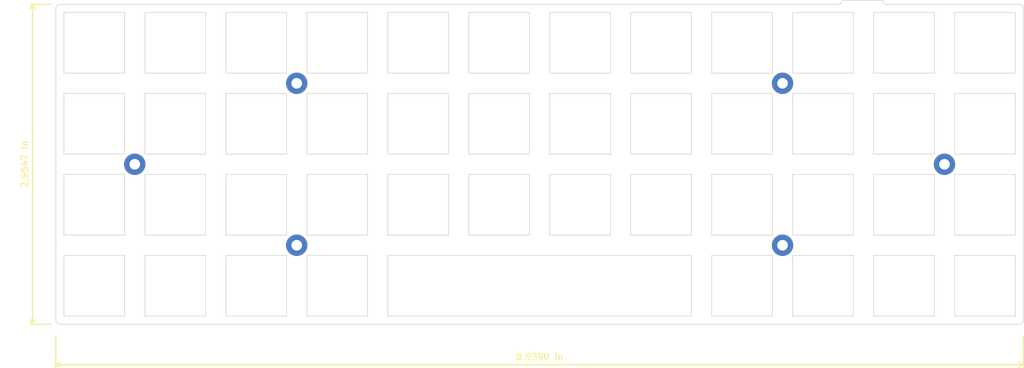
<source format=kicad_pcb>
(kicad_pcb (version 20171130) (host pcbnew 5.0.1)

  (general
    (thickness 1.6)
    (drawings 199)
    (tracks 0)
    (zones 0)
    (modules 6)
    (nets 1)
  )

  (page A4)
  (layers
    (0 F.Cu signal)
    (31 B.Cu signal)
    (32 B.Adhes user hide)
    (33 F.Adhes user hide)
    (34 B.Paste user)
    (35 F.Paste user hide)
    (36 B.SilkS user hide)
    (37 F.SilkS user)
    (38 B.Mask user hide)
    (39 F.Mask user hide)
    (40 Dwgs.User user hide)
    (41 Cmts.User user hide)
    (42 Eco1.User user hide)
    (43 Eco2.User user)
    (44 Edge.Cuts user)
    (45 Margin user hide)
    (46 B.CrtYd user hide)
    (47 F.CrtYd user hide)
    (48 B.Fab user hide)
    (49 F.Fab user hide)
  )

  (setup
    (last_trace_width 0.25)
    (trace_clearance 0.13)
    (zone_clearance 0.13)
    (zone_45_only no)
    (trace_min 0.09)
    (segment_width 0.15)
    (edge_width 0.15)
    (via_size 0.45)
    (via_drill 0.2)
    (via_min_size 0.45)
    (via_min_drill 0.2)
    (uvia_size 0.45)
    (uvia_drill 0.2)
    (uvias_allowed no)
    (uvia_min_size 0.2)
    (uvia_min_drill 0.1)
    (pcb_text_width 0.3)
    (pcb_text_size 1.5 1.5)
    (mod_edge_width 0.15)
    (mod_text_size 1 1)
    (mod_text_width 0.15)
    (pad_size 1.524 1.524)
    (pad_drill 0.762)
    (pad_to_mask_clearance 0.051)
    (solder_mask_min_width 0.25)
    (aux_axis_origin 0 0)
    (visible_elements FFFFFF7F)
    (pcbplotparams
      (layerselection 0x018f0_ffffffff)
      (usegerberextensions true)
      (usegerberattributes false)
      (usegerberadvancedattributes false)
      (creategerberjobfile false)
      (excludeedgelayer true)
      (linewidth 0.100000)
      (plotframeref false)
      (viasonmask false)
      (mode 1)
      (useauxorigin false)
      (hpglpennumber 1)
      (hpglpenspeed 20)
      (hpglpendiameter 15.000000)
      (psnegative false)
      (psa4output false)
      (plotreference true)
      (plotvalue true)
      (plotinvisibletext false)
      (padsonsilk false)
      (subtractmaskfromsilk false)
      (outputformat 1)
      (mirror false)
      (drillshape 0)
      (scaleselection 1)
      (outputdirectory "gerbers/plate/"))
  )

  (net 0 "")

  (net_class Default "This is the default net class."
    (clearance 0.13)
    (trace_width 0.25)
    (via_dia 0.45)
    (via_drill 0.2)
    (uvia_dia 0.45)
    (uvia_drill 0.2)
  )

  (module MountingHole:MountingHole_2.5mm_Pad (layer F.Cu) (tedit 56D1B4CB) (tstamp 5C32C743)
    (at 205.2 83.6)
    (descr "Mounting Hole 2.5mm")
    (tags "mounting hole 2.5mm")
    (path /5BF64E7F)
    (attr virtual)
    (fp_text reference H5 (at 0 0) (layer F.SilkS)
      (effects (font (size 1 1) (thickness 0.15)))
    )
    (fp_text value MountingHole (at 0 3.5) (layer F.Fab)
      (effects (font (size 1 1) (thickness 0.15)))
    )
    (fp_circle (center 0 0) (end 2.75 0) (layer F.CrtYd) (width 0.05))
    (fp_circle (center 0 0) (end 2.5 0) (layer Cmts.User) (width 0.15))
    (fp_text user %R (at 0.3 0) (layer F.Fab)
      (effects (font (size 1 1) (thickness 0.15)))
    )
    (pad 1 thru_hole circle (at 0 0) (size 5 5) (drill 2.5) (layers *.Cu *.Mask))
  )

  (module MountingHole:MountingHole_2.5mm_Pad (layer F.Cu) (tedit 56D1B4CB) (tstamp 5C32700A)
    (at 91.2 121.6)
    (descr "Mounting Hole 2.5mm")
    (tags "mounting hole 2.5mm")
    (path /5BF463E3)
    (attr virtual)
    (fp_text reference H1 (at 0 0) (layer F.SilkS)
      (effects (font (size 1 1) (thickness 0.15)))
    )
    (fp_text value MountingHole (at 0 3.5) (layer F.Fab)
      (effects (font (size 1 1) (thickness 0.15)))
    )
    (fp_circle (center 0 0) (end 2.75 0) (layer F.CrtYd) (width 0.05))
    (fp_circle (center 0 0) (end 2.5 0) (layer Cmts.User) (width 0.15))
    (fp_text user %R (at 0.3 0) (layer F.Fab)
      (effects (font (size 1 1) (thickness 0.15)))
    )
    (pad 1 thru_hole circle (at 0 0) (size 5 5) (drill 2.5) (layers *.Cu *.Mask))
  )

  (module MountingHole:MountingHole_2.5mm_Pad (layer F.Cu) (tedit 56D1B4CB) (tstamp 5C327011)
    (at 53.2 102.6)
    (descr "Mounting Hole 2.5mm")
    (tags "mounting hole 2.5mm")
    (path /5BF463E9)
    (attr virtual)
    (fp_text reference H2 (at 0 0) (layer F.SilkS)
      (effects (font (size 1 1) (thickness 0.15)))
    )
    (fp_text value MountingHole (at 0 3.5) (layer F.Fab)
      (effects (font (size 1 1) (thickness 0.15)))
    )
    (fp_text user %R (at 0.3 0) (layer F.Fab)
      (effects (font (size 1 1) (thickness 0.15)))
    )
    (fp_circle (center 0 0) (end 2.5 0) (layer Cmts.User) (width 0.15))
    (fp_circle (center 0 0) (end 2.75 0) (layer F.CrtYd) (width 0.05))
    (pad 1 thru_hole circle (at 0 0) (size 5 5) (drill 2.5) (layers *.Cu *.Mask))
  )

  (module MountingHole:MountingHole_2.5mm_Pad (layer F.Cu) (tedit 56D1B4CB) (tstamp 5C327018)
    (at 91.2 83.6)
    (descr "Mounting Hole 2.5mm")
    (tags "mounting hole 2.5mm")
    (path /5BF27058)
    (attr virtual)
    (fp_text reference H3 (at 0 0) (layer F.SilkS)
      (effects (font (size 1 1) (thickness 0.15)))
    )
    (fp_text value MountingHole (at 0 3.5) (layer F.Fab)
      (effects (font (size 1 1) (thickness 0.15)))
    )
    (fp_circle (center 0 0) (end 2.75 0) (layer F.CrtYd) (width 0.05))
    (fp_circle (center 0 0) (end 2.5 0) (layer Cmts.User) (width 0.15))
    (fp_text user %R (at 0.3 0) (layer F.Fab)
      (effects (font (size 1 1) (thickness 0.15)))
    )
    (pad 1 thru_hole circle (at 0 0) (size 5 5) (drill 2.5) (layers *.Cu *.Mask))
  )

  (module MountingHole:MountingHole_2.5mm_Pad (layer F.Cu) (tedit 56D1B4CB) (tstamp 5C32701F)
    (at 243.2 102.6)
    (descr "Mounting Hole 2.5mm")
    (tags "mounting hole 2.5mm")
    (path /5BF2790A)
    (attr virtual)
    (fp_text reference H4 (at 0 0) (layer F.SilkS)
      (effects (font (size 1 1) (thickness 0.15)))
    )
    (fp_text value MountingHole (at 0 3.5) (layer F.Fab)
      (effects (font (size 1 1) (thickness 0.15)))
    )
    (fp_text user %R (at 0.3 0) (layer F.Fab)
      (effects (font (size 1 1) (thickness 0.15)))
    )
    (fp_circle (center 0 0) (end 2.5 0) (layer Cmts.User) (width 0.15))
    (fp_circle (center 0 0) (end 2.75 0) (layer F.CrtYd) (width 0.05))
    (pad 1 thru_hole circle (at 0 0) (size 5 5) (drill 2.5) (layers *.Cu *.Mask))
  )

  (module MountingHole:MountingHole_2.5mm_Pad (layer F.Cu) (tedit 56D1B4CB) (tstamp 5C32702D)
    (at 205.2 121.6)
    (descr "Mounting Hole 2.5mm")
    (tags "mounting hole 2.5mm")
    (path /5BF64E85)
    (attr virtual)
    (fp_text reference H6 (at 0 0) (layer F.SilkS)
      (effects (font (size 1 1) (thickness 0.15)))
    )
    (fp_text value MountingHole (at 0 3.5) (layer F.Fab)
      (effects (font (size 1 1) (thickness 0.15)))
    )
    (fp_text user %R (at 0.3 0) (layer F.Fab)
      (effects (font (size 1 1) (thickness 0.15)))
    )
    (fp_circle (center 0 0) (end 2.5 0) (layer Cmts.User) (width 0.15))
    (fp_circle (center 0 0) (end 2.75 0) (layer F.CrtYd) (width 0.05))
    (pad 1 thru_hole circle (at 0 0) (size 5 5) (drill 2.5) (layers *.Cu *.Mask))
  )

  (gr_line (start 112.8125 138.225) (end 112.575 138.225) (layer Edge.Cuts) (width 0.15))
  (gr_line (start 183.825 138.225) (end 112.8125 138.225) (layer Edge.Cuts) (width 0.15))
  (gr_line (start 55.575 123.975) (end 69.825 123.975) (layer Edge.Cuts) (width 0.15) (tstamp 5BFE3C7D))
  (gr_line (start 259.825 123.975) (end 259.825 138.225) (layer Edge.Cuts) (width 0.15) (tstamp 5BFE3C7C))
  (gr_line (start 93.575 138.225) (end 93.575 123.975) (layer Edge.Cuts) (width 0.15) (tstamp 5BFE3C7B))
  (gr_line (start 221.825 123.975) (end 221.825 138.225) (layer Edge.Cuts) (width 0.15) (tstamp 5BFE3C7A))
  (gr_line (start 188.575 138.225) (end 188.575 123.975) (layer Edge.Cuts) (width 0.15) (tstamp 5BFE3C78))
  (gr_line (start 207.575 138.225) (end 207.575 123.975) (layer Edge.Cuts) (width 0.15) (tstamp 5BFE3C77))
  (gr_line (start 245.575 123.975) (end 259.825 123.975) (layer Edge.Cuts) (width 0.15) (tstamp 5BFE3C76))
  (gr_line (start 107.825 138.225) (end 93.575 138.225) (layer Edge.Cuts) (width 0.15) (tstamp 5BFE3C75))
  (gr_line (start 107.825 123.975) (end 107.825 138.225) (layer Edge.Cuts) (width 0.15) (tstamp 5BFE3C74))
  (gr_line (start 112.575 123.975) (end 183.825 123.975) (layer Edge.Cuts) (width 0.15) (tstamp 5BFE3C6F))
  (gr_line (start 74.575 138.225) (end 74.575 123.975) (layer Edge.Cuts) (width 0.15) (tstamp 5BFE3C6D))
  (gr_line (start 50.825 138.225) (end 36.575 138.225) (layer Edge.Cuts) (width 0.15) (tstamp 5BFE3C6A))
  (gr_line (start 259.825 138.225) (end 245.575 138.225) (layer Edge.Cuts) (width 0.15) (tstamp 5BFE3C69))
  (gr_line (start 226.575 123.975) (end 240.825 123.975) (layer Edge.Cuts) (width 0.15) (tstamp 5BFE3C68))
  (gr_line (start 221.825 138.225) (end 207.575 138.225) (layer Edge.Cuts) (width 0.15) (tstamp 5BFE3C67))
  (gr_line (start 240.825 138.225) (end 226.575 138.225) (layer Edge.Cuts) (width 0.15) (tstamp 5BFE3C65))
  (gr_line (start 36.575 123.975) (end 50.825 123.975) (layer Edge.Cuts) (width 0.15) (tstamp 5BFE3C64))
  (gr_line (start 245.575 138.225) (end 245.575 123.975) (layer Edge.Cuts) (width 0.15) (tstamp 5BFE3C63))
  (gr_line (start 188.575 123.975) (end 202.825 123.975) (layer Edge.Cuts) (width 0.15) (tstamp 5BFE3C62))
  (gr_line (start 74.575 123.975) (end 88.825 123.975) (layer Edge.Cuts) (width 0.15) (tstamp 5BFE3C61))
  (gr_line (start 88.825 138.225) (end 74.575 138.225) (layer Edge.Cuts) (width 0.15) (tstamp 5BFE3C60))
  (gr_line (start 112.575 138.225) (end 112.575 123.975) (layer Edge.Cuts) (width 0.15) (tstamp 5BFE3C5F))
  (gr_line (start 183.825 123.975) (end 183.825 138.225) (layer Edge.Cuts) (width 0.15) (tstamp 5BFE3C5D))
  (gr_line (start 240.825 123.975) (end 240.825 138.225) (layer Edge.Cuts) (width 0.15) (tstamp 5BFE3C5C))
  (gr_line (start 226.575 138.225) (end 226.575 123.975) (layer Edge.Cuts) (width 0.15) (tstamp 5BFE3C5B))
  (gr_line (start 50.825 123.975) (end 50.825 138.225) (layer Edge.Cuts) (width 0.15) (tstamp 5BFE3C4B))
  (gr_line (start 36.575 138.225) (end 36.575 123.975) (layer Edge.Cuts) (width 0.15) (tstamp 5BFE3C4A))
  (gr_line (start 88.825 123.975) (end 88.825 138.225) (layer Edge.Cuts) (width 0.15) (tstamp 5BFE3C49))
  (gr_line (start 69.825 123.975) (end 69.825 138.225) (layer Edge.Cuts) (width 0.15) (tstamp 5BFE3C46))
  (gr_line (start 202.825 123.975) (end 202.825 138.225) (layer Edge.Cuts) (width 0.15) (tstamp 5BFE3C45))
  (gr_line (start 202.825 138.225) (end 188.575 138.225) (layer Edge.Cuts) (width 0.15) (tstamp 5BFE3C44))
  (gr_line (start 207.575 123.975) (end 221.825 123.975) (layer Edge.Cuts) (width 0.15) (tstamp 5BFE3C43))
  (gr_line (start 55.575 138.225) (end 55.575 123.975) (layer Edge.Cuts) (width 0.15) (tstamp 5BFE3C42))
  (gr_line (start 93.575 123.975) (end 107.825 123.975) (layer Edge.Cuts) (width 0.15) (tstamp 5BFE3C41))
  (gr_line (start 69.825 138.225) (end 55.575 138.225) (layer Edge.Cuts) (width 0.15) (tstamp 5BFE3C40))
  (gr_line (start 55.575 104.975) (end 69.825 104.975) (layer Edge.Cuts) (width 0.15) (tstamp 5BFE3C7D))
  (gr_line (start 259.825 104.975) (end 259.825 119.225) (layer Edge.Cuts) (width 0.15) (tstamp 5BFE3C7C))
  (gr_line (start 93.575 119.225) (end 93.575 104.975) (layer Edge.Cuts) (width 0.15) (tstamp 5BFE3C7B))
  (gr_line (start 221.825 104.975) (end 221.825 119.225) (layer Edge.Cuts) (width 0.15) (tstamp 5BFE3C7A))
  (gr_line (start 164.825 104.975) (end 164.825 119.225) (layer Edge.Cuts) (width 0.15) (tstamp 5BFE3C79))
  (gr_line (start 188.575 119.225) (end 188.575 104.975) (layer Edge.Cuts) (width 0.15) (tstamp 5BFE3C78))
  (gr_line (start 207.575 119.225) (end 207.575 104.975) (layer Edge.Cuts) (width 0.15) (tstamp 5BFE3C77))
  (gr_line (start 245.575 104.975) (end 259.825 104.975) (layer Edge.Cuts) (width 0.15) (tstamp 5BFE3C76))
  (gr_line (start 107.825 119.225) (end 93.575 119.225) (layer Edge.Cuts) (width 0.15) (tstamp 5BFE3C75))
  (gr_line (start 107.825 104.975) (end 107.825 119.225) (layer Edge.Cuts) (width 0.15) (tstamp 5BFE3C74))
  (gr_line (start 150.575 119.225) (end 150.575 104.975) (layer Edge.Cuts) (width 0.15) (tstamp 5BFE3C73))
  (gr_line (start 126.825 119.225) (end 112.575 119.225) (layer Edge.Cuts) (width 0.15) (tstamp 5BFE3C72))
  (gr_line (start 131.575 104.975) (end 145.825 104.975) (layer Edge.Cuts) (width 0.15) (tstamp 5BFE3C71))
  (gr_line (start 169.575 119.225) (end 169.575 104.975) (layer Edge.Cuts) (width 0.15) (tstamp 5BFE3C70))
  (gr_line (start 112.575 104.975) (end 126.825 104.975) (layer Edge.Cuts) (width 0.15) (tstamp 5BFE3C6F))
  (gr_line (start 150.575 104.975) (end 164.825 104.975) (layer Edge.Cuts) (width 0.15) (tstamp 5BFE3C6E))
  (gr_line (start 74.575 119.225) (end 74.575 104.975) (layer Edge.Cuts) (width 0.15) (tstamp 5BFE3C6D))
  (gr_line (start 145.825 119.225) (end 131.575 119.225) (layer Edge.Cuts) (width 0.15) (tstamp 5BFE3C6C))
  (gr_line (start 131.575 119.225) (end 131.575 104.975) (layer Edge.Cuts) (width 0.15) (tstamp 5BFE3C6B))
  (gr_line (start 50.825 119.225) (end 36.575 119.225) (layer Edge.Cuts) (width 0.15) (tstamp 5BFE3C6A))
  (gr_line (start 259.825 119.225) (end 245.575 119.225) (layer Edge.Cuts) (width 0.15) (tstamp 5BFE3C69))
  (gr_line (start 226.575 104.975) (end 240.825 104.975) (layer Edge.Cuts) (width 0.15) (tstamp 5BFE3C68))
  (gr_line (start 221.825 119.225) (end 207.575 119.225) (layer Edge.Cuts) (width 0.15) (tstamp 5BFE3C67))
  (gr_line (start 169.575 104.975) (end 183.825 104.975) (layer Edge.Cuts) (width 0.15) (tstamp 5BFE3C66))
  (gr_line (start 240.825 119.225) (end 226.575 119.225) (layer Edge.Cuts) (width 0.15) (tstamp 5BFE3C65))
  (gr_line (start 36.575 104.975) (end 50.825 104.975) (layer Edge.Cuts) (width 0.15) (tstamp 5BFE3C64))
  (gr_line (start 245.575 119.225) (end 245.575 104.975) (layer Edge.Cuts) (width 0.15) (tstamp 5BFE3C63))
  (gr_line (start 188.575 104.975) (end 202.825 104.975) (layer Edge.Cuts) (width 0.15) (tstamp 5BFE3C62))
  (gr_line (start 74.575 104.975) (end 88.825 104.975) (layer Edge.Cuts) (width 0.15) (tstamp 5BFE3C61))
  (gr_line (start 88.825 119.225) (end 74.575 119.225) (layer Edge.Cuts) (width 0.15) (tstamp 5BFE3C60))
  (gr_line (start 112.575 119.225) (end 112.575 104.975) (layer Edge.Cuts) (width 0.15) (tstamp 5BFE3C5F))
  (gr_line (start 183.825 119.225) (end 169.575 119.225) (layer Edge.Cuts) (width 0.15) (tstamp 5BFE3C5E))
  (gr_line (start 183.825 104.975) (end 183.825 119.225) (layer Edge.Cuts) (width 0.15) (tstamp 5BFE3C5D))
  (gr_line (start 240.825 104.975) (end 240.825 119.225) (layer Edge.Cuts) (width 0.15) (tstamp 5BFE3C5C))
  (gr_line (start 226.575 119.225) (end 226.575 104.975) (layer Edge.Cuts) (width 0.15) (tstamp 5BFE3C5B))
  (gr_line (start 126.825 104.975) (end 126.825 119.225) (layer Edge.Cuts) (width 0.15) (tstamp 5BFE3C5A))
  (gr_line (start 50.825 104.975) (end 50.825 119.225) (layer Edge.Cuts) (width 0.15) (tstamp 5BFE3C4B))
  (gr_line (start 36.575 119.225) (end 36.575 104.975) (layer Edge.Cuts) (width 0.15) (tstamp 5BFE3C4A))
  (gr_line (start 88.825 104.975) (end 88.825 119.225) (layer Edge.Cuts) (width 0.15) (tstamp 5BFE3C49))
  (gr_line (start 164.825 119.225) (end 150.575 119.225) (layer Edge.Cuts) (width 0.15) (tstamp 5BFE3C48))
  (gr_line (start 145.825 104.975) (end 145.825 119.225) (layer Edge.Cuts) (width 0.15) (tstamp 5BFE3C47))
  (gr_line (start 69.825 104.975) (end 69.825 119.225) (layer Edge.Cuts) (width 0.15) (tstamp 5BFE3C46))
  (gr_line (start 202.825 104.975) (end 202.825 119.225) (layer Edge.Cuts) (width 0.15) (tstamp 5BFE3C45))
  (gr_line (start 202.825 119.225) (end 188.575 119.225) (layer Edge.Cuts) (width 0.15) (tstamp 5BFE3C44))
  (gr_line (start 207.575 104.975) (end 221.825 104.975) (layer Edge.Cuts) (width 0.15) (tstamp 5BFE3C43))
  (gr_line (start 55.575 119.225) (end 55.575 104.975) (layer Edge.Cuts) (width 0.15) (tstamp 5BFE3C42))
  (gr_line (start 93.575 104.975) (end 107.825 104.975) (layer Edge.Cuts) (width 0.15) (tstamp 5BFE3C41))
  (gr_line (start 69.825 119.225) (end 55.575 119.225) (layer Edge.Cuts) (width 0.15) (tstamp 5BFE3C40))
  (gr_line (start 55.575 85.975) (end 69.825 85.975) (layer Edge.Cuts) (width 0.15) (tstamp 5BFE3C7D))
  (gr_line (start 259.825 85.975) (end 259.825 100.225) (layer Edge.Cuts) (width 0.15) (tstamp 5BFE3C7C))
  (gr_line (start 93.575 100.225) (end 93.575 85.975) (layer Edge.Cuts) (width 0.15) (tstamp 5BFE3C7B))
  (gr_line (start 221.825 85.975) (end 221.825 100.225) (layer Edge.Cuts) (width 0.15) (tstamp 5BFE3C7A))
  (gr_line (start 164.825 85.975) (end 164.825 100.225) (layer Edge.Cuts) (width 0.15) (tstamp 5BFE3C79))
  (gr_line (start 188.575 100.225) (end 188.575 85.975) (layer Edge.Cuts) (width 0.15) (tstamp 5BFE3C78))
  (gr_line (start 207.575 100.225) (end 207.575 85.975) (layer Edge.Cuts) (width 0.15) (tstamp 5BFE3C77))
  (gr_line (start 245.575 85.975) (end 259.825 85.975) (layer Edge.Cuts) (width 0.15) (tstamp 5BFE3C76))
  (gr_line (start 107.825 100.225) (end 93.575 100.225) (layer Edge.Cuts) (width 0.15) (tstamp 5BFE3C75))
  (gr_line (start 107.825 85.975) (end 107.825 100.225) (layer Edge.Cuts) (width 0.15) (tstamp 5BFE3C74))
  (gr_line (start 150.575 100.225) (end 150.575 85.975) (layer Edge.Cuts) (width 0.15) (tstamp 5BFE3C73))
  (gr_line (start 126.825 100.225) (end 112.575 100.225) (layer Edge.Cuts) (width 0.15) (tstamp 5BFE3C72))
  (gr_line (start 131.575 85.975) (end 145.825 85.975) (layer Edge.Cuts) (width 0.15) (tstamp 5BFE3C71))
  (gr_line (start 169.575 100.225) (end 169.575 85.975) (layer Edge.Cuts) (width 0.15) (tstamp 5BFE3C70))
  (gr_line (start 112.575 85.975) (end 126.825 85.975) (layer Edge.Cuts) (width 0.15) (tstamp 5BFE3C6F))
  (gr_line (start 150.575 85.975) (end 164.825 85.975) (layer Edge.Cuts) (width 0.15) (tstamp 5BFE3C6E))
  (gr_line (start 74.575 100.225) (end 74.575 85.975) (layer Edge.Cuts) (width 0.15) (tstamp 5BFE3C6D))
  (gr_line (start 145.825 100.225) (end 131.575 100.225) (layer Edge.Cuts) (width 0.15) (tstamp 5BFE3C6C))
  (gr_line (start 131.575 100.225) (end 131.575 85.975) (layer Edge.Cuts) (width 0.15) (tstamp 5BFE3C6B))
  (gr_line (start 50.825 100.225) (end 36.575 100.225) (layer Edge.Cuts) (width 0.15) (tstamp 5BFE3C6A))
  (gr_line (start 259.825 100.225) (end 245.575 100.225) (layer Edge.Cuts) (width 0.15) (tstamp 5BFE3C69))
  (gr_line (start 226.575 85.975) (end 240.825 85.975) (layer Edge.Cuts) (width 0.15) (tstamp 5BFE3C68))
  (gr_line (start 221.825 100.225) (end 207.575 100.225) (layer Edge.Cuts) (width 0.15) (tstamp 5BFE3C67))
  (gr_line (start 169.575 85.975) (end 183.825 85.975) (layer Edge.Cuts) (width 0.15) (tstamp 5BFE3C66))
  (gr_line (start 240.825 100.225) (end 226.575 100.225) (layer Edge.Cuts) (width 0.15) (tstamp 5BFE3C65))
  (gr_line (start 36.575 85.975) (end 50.825 85.975) (layer Edge.Cuts) (width 0.15) (tstamp 5BFE3C64))
  (gr_line (start 245.575 100.225) (end 245.575 85.975) (layer Edge.Cuts) (width 0.15) (tstamp 5BFE3C63))
  (gr_line (start 188.575 85.975) (end 202.825 85.975) (layer Edge.Cuts) (width 0.15) (tstamp 5BFE3C62))
  (gr_line (start 74.575 85.975) (end 88.825 85.975) (layer Edge.Cuts) (width 0.15) (tstamp 5BFE3C61))
  (gr_line (start 88.825 100.225) (end 74.575 100.225) (layer Edge.Cuts) (width 0.15) (tstamp 5BFE3C60))
  (gr_line (start 112.575 100.225) (end 112.575 85.975) (layer Edge.Cuts) (width 0.15) (tstamp 5BFE3C5F))
  (gr_line (start 183.825 100.225) (end 169.575 100.225) (layer Edge.Cuts) (width 0.15) (tstamp 5BFE3C5E))
  (gr_line (start 183.825 85.975) (end 183.825 100.225) (layer Edge.Cuts) (width 0.15) (tstamp 5BFE3C5D))
  (gr_line (start 240.825 85.975) (end 240.825 100.225) (layer Edge.Cuts) (width 0.15) (tstamp 5BFE3C5C))
  (gr_line (start 226.575 100.225) (end 226.575 85.975) (layer Edge.Cuts) (width 0.15) (tstamp 5BFE3C5B))
  (gr_line (start 126.825 85.975) (end 126.825 100.225) (layer Edge.Cuts) (width 0.15) (tstamp 5BFE3C5A))
  (gr_line (start 50.825 85.975) (end 50.825 100.225) (layer Edge.Cuts) (width 0.15) (tstamp 5BFE3C4B))
  (gr_line (start 36.575 100.225) (end 36.575 85.975) (layer Edge.Cuts) (width 0.15) (tstamp 5BFE3C4A))
  (gr_line (start 88.825 85.975) (end 88.825 100.225) (layer Edge.Cuts) (width 0.15) (tstamp 5BFE3C49))
  (gr_line (start 164.825 100.225) (end 150.575 100.225) (layer Edge.Cuts) (width 0.15) (tstamp 5BFE3C48))
  (gr_line (start 145.825 85.975) (end 145.825 100.225) (layer Edge.Cuts) (width 0.15) (tstamp 5BFE3C47))
  (gr_line (start 69.825 85.975) (end 69.825 100.225) (layer Edge.Cuts) (width 0.15) (tstamp 5BFE3C46))
  (gr_line (start 202.825 85.975) (end 202.825 100.225) (layer Edge.Cuts) (width 0.15) (tstamp 5BFE3C45))
  (gr_line (start 202.825 100.225) (end 188.575 100.225) (layer Edge.Cuts) (width 0.15) (tstamp 5BFE3C44))
  (gr_line (start 207.575 85.975) (end 221.825 85.975) (layer Edge.Cuts) (width 0.15) (tstamp 5BFE3C43))
  (gr_line (start 55.575 100.225) (end 55.575 85.975) (layer Edge.Cuts) (width 0.15) (tstamp 5BFE3C42))
  (gr_line (start 93.575 85.975) (end 107.825 85.975) (layer Edge.Cuts) (width 0.15) (tstamp 5BFE3C41))
  (gr_line (start 69.825 100.225) (end 55.575 100.225) (layer Edge.Cuts) (width 0.15) (tstamp 5BFE3C40))
  (gr_line (start 240.825 66.975) (end 240.825 81.225) (layer Edge.Cuts) (width 0.15) (tstamp 5BFE3BE8))
  (gr_line (start 226.575 81.225) (end 226.575 66.975) (layer Edge.Cuts) (width 0.15) (tstamp 5BFE3BE7))
  (gr_line (start 202.825 81.225) (end 188.575 81.225) (layer Edge.Cuts) (width 0.15) (tstamp 5BFE3BE6))
  (gr_line (start 207.575 66.975) (end 221.825 66.975) (layer Edge.Cuts) (width 0.15) (tstamp 5BFE3BE5))
  (gr_line (start 245.575 81.225) (end 245.575 66.975) (layer Edge.Cuts) (width 0.15) (tstamp 5BFE3BE4))
  (gr_line (start 188.575 66.975) (end 202.825 66.975) (layer Edge.Cuts) (width 0.15) (tstamp 5BFE3BE3))
  (gr_line (start 226.575 66.975) (end 240.825 66.975) (layer Edge.Cuts) (width 0.15) (tstamp 5BFE3BE2))
  (gr_line (start 221.825 81.225) (end 207.575 81.225) (layer Edge.Cuts) (width 0.15) (tstamp 5BFE3BE1))
  (gr_line (start 207.575 81.225) (end 207.575 66.975) (layer Edge.Cuts) (width 0.15) (tstamp 5BFE3BE0))
  (gr_line (start 245.575 66.975) (end 259.825 66.975) (layer Edge.Cuts) (width 0.15) (tstamp 5BFE3BDF))
  (gr_line (start 188.575 81.225) (end 188.575 66.975) (layer Edge.Cuts) (width 0.15) (tstamp 5BFE3BDE))
  (gr_line (start 259.825 81.225) (end 245.575 81.225) (layer Edge.Cuts) (width 0.15) (tstamp 5BFE3BDD))
  (gr_line (start 259.825 66.975) (end 259.825 81.225) (layer Edge.Cuts) (width 0.15) (tstamp 5BFE3BDC))
  (gr_line (start 202.825 66.975) (end 202.825 81.225) (layer Edge.Cuts) (width 0.15) (tstamp 5BFE3BDB))
  (gr_line (start 240.825 81.225) (end 226.575 81.225) (layer Edge.Cuts) (width 0.15) (tstamp 5BFE3BDA))
  (gr_line (start 221.825 66.975) (end 221.825 81.225) (layer Edge.Cuts) (width 0.15) (tstamp 5BFE3BD9))
  (gr_line (start 131.575 66.975) (end 145.825 66.975) (layer Edge.Cuts) (width 0.15) (tstamp 5BFE3B94))
  (gr_line (start 169.575 81.225) (end 169.575 66.975) (layer Edge.Cuts) (width 0.15) (tstamp 5BFE3B93))
  (gr_line (start 183.825 81.225) (end 169.575 81.225) (layer Edge.Cuts) (width 0.15) (tstamp 5BFE3B92))
  (gr_line (start 183.825 66.975) (end 183.825 81.225) (layer Edge.Cuts) (width 0.15) (tstamp 5BFE3B91))
  (gr_line (start 150.575 81.225) (end 150.575 66.975) (layer Edge.Cuts) (width 0.15) (tstamp 5BFE3B90))
  (gr_line (start 126.825 81.225) (end 112.575 81.225) (layer Edge.Cuts) (width 0.15) (tstamp 5BFE3B8F))
  (gr_line (start 112.575 66.975) (end 126.825 66.975) (layer Edge.Cuts) (width 0.15) (tstamp 5BFE3B8E))
  (gr_line (start 150.575 66.975) (end 164.825 66.975) (layer Edge.Cuts) (width 0.15) (tstamp 5BFE3B8D))
  (gr_line (start 164.825 81.225) (end 150.575 81.225) (layer Edge.Cuts) (width 0.15) (tstamp 5BFE3B8C))
  (gr_line (start 126.825 66.975) (end 126.825 81.225) (layer Edge.Cuts) (width 0.15) (tstamp 5BFE3B8B))
  (gr_line (start 112.575 81.225) (end 112.575 66.975) (layer Edge.Cuts) (width 0.15) (tstamp 5BFE3B8A))
  (gr_line (start 164.825 66.975) (end 164.825 81.225) (layer Edge.Cuts) (width 0.15) (tstamp 5BFE3B89))
  (gr_line (start 145.825 66.975) (end 145.825 81.225) (layer Edge.Cuts) (width 0.15) (tstamp 5BFE3B88))
  (gr_line (start 131.575 81.225) (end 131.575 66.975) (layer Edge.Cuts) (width 0.15) (tstamp 5BFE3B87))
  (gr_line (start 169.575 66.975) (end 183.825 66.975) (layer Edge.Cuts) (width 0.15) (tstamp 5BFE3B86))
  (gr_line (start 145.825 81.225) (end 131.575 81.225) (layer Edge.Cuts) (width 0.15) (tstamp 5BFE3B85))
  (gr_line (start 93.575 66.975) (end 107.825 66.975) (layer Edge.Cuts) (width 0.15) (tstamp 5BFE3B45))
  (gr_line (start 88.825 81.225) (end 74.575 81.225) (layer Edge.Cuts) (width 0.15) (tstamp 5BFE3B44))
  (gr_line (start 74.575 66.975) (end 88.825 66.975) (layer Edge.Cuts) (width 0.15) (tstamp 5BFE3B43))
  (gr_line (start 88.825 66.975) (end 88.825 81.225) (layer Edge.Cuts) (width 0.15) (tstamp 5BFE3B42))
  (gr_line (start 74.575 81.225) (end 74.575 66.975) (layer Edge.Cuts) (width 0.15) (tstamp 5BFE3B41))
  (gr_line (start 107.825 66.975) (end 107.825 81.225) (layer Edge.Cuts) (width 0.15) (tstamp 5BFE3B40))
  (gr_line (start 93.575 81.225) (end 93.575 66.975) (layer Edge.Cuts) (width 0.15) (tstamp 5BFE3B3F))
  (gr_line (start 107.825 81.225) (end 93.575 81.225) (layer Edge.Cuts) (width 0.15) (tstamp 5BFE3B3E))
  (gr_line (start 69.825 81.225) (end 55.575 81.225) (layer Edge.Cuts) (width 0.15) (tstamp 5BFE3B08))
  (gr_line (start 55.575 66.975) (end 69.825 66.975) (layer Edge.Cuts) (width 0.15) (tstamp 5BFE3B07))
  (gr_line (start 69.825 66.975) (end 69.825 81.225) (layer Edge.Cuts) (width 0.15) (tstamp 5BFE3B06))
  (gr_line (start 55.575 81.225) (end 55.575 66.975) (layer Edge.Cuts) (width 0.15) (tstamp 5BFE3B05))
  (gr_line (start 36.575 81.225) (end 36.575 66.975) (layer Edge.Cuts) (width 0.15))
  (gr_line (start 50.825 81.225) (end 36.575 81.225) (layer Edge.Cuts) (width 0.15))
  (gr_line (start 50.825 66.975) (end 50.825 81.225) (layer Edge.Cuts) (width 0.15))
  (gr_line (start 36.575 66.975) (end 50.825 66.975) (layer Edge.Cuts) (width 0.15))
  (gr_line (start 36.575 66.975) (end 36.8125 66.975) (layer F.SilkS) (width 0.15))
  (gr_line (start 35.625 140.125) (end 260.775 140.125) (layer Edge.Cuts) (width 0.15))
  (gr_line (start 261.725 66.025) (end 261.725 139.175) (layer Edge.Cuts) (width 0.15))
  (gr_line (start 34.675 139.175) (end 34.675 66.025) (layer Edge.Cuts) (width 0.15) (tstamp 5BFE3B76))
  (gr_arc (start 218.5 64.6) (end 218.5 65.075) (angle -90) (layer Edge.Cuts) (width 0.15))
  (gr_arc (start 219.45 64.6) (end 219.45 64.125) (angle -90) (layer Edge.Cuts) (width 0.15))
  (gr_line (start 218.5 65.075) (end 217.55 65.075) (layer Edge.Cuts) (width 0.15))
  (dimension 75.05 (width 0.3) (layer F.SilkS)
    (gr_text "75.050 mm" (at 27.1125 102.6 90) (layer F.SilkS)
      (effects (font (size 1.5 1.5) (thickness 0.3)))
    )
    (feature1 (pts (xy 33.725 65.075) (xy 28.626079 65.075)))
    (feature2 (pts (xy 33.725 140.125) (xy 28.626079 140.125)))
    (crossbar (pts (xy 29.2125 140.125) (xy 29.2125 65.075)))
    (arrow1a (pts (xy 29.2125 65.075) (xy 29.798921 66.201504)))
    (arrow1b (pts (xy 29.2125 65.075) (xy 28.626079 66.201504)))
    (arrow2a (pts (xy 29.2125 140.125) (xy 29.798921 138.998496)))
    (arrow2b (pts (xy 29.2125 140.125) (xy 28.626079 138.998496)))
  )
  (dimension 227.05 (width 0.3) (layer F.SilkS)
    (gr_text "227.050 mm" (at 148.2 151.725) (layer F.SilkS)
      (effects (font (size 1.5 1.5) (thickness 0.3)))
    )
    (feature1 (pts (xy 261.725 142.975) (xy 261.725 150.211421)))
    (feature2 (pts (xy 34.675 142.975) (xy 34.675 150.211421)))
    (crossbar (pts (xy 34.675 149.625) (xy 261.725 149.625)))
    (arrow1a (pts (xy 261.725 149.625) (xy 260.598496 150.211421)))
    (arrow1b (pts (xy 261.725 149.625) (xy 260.598496 149.038579)))
    (arrow2a (pts (xy 34.675 149.625) (xy 35.801504 150.211421)))
    (arrow2b (pts (xy 34.675 149.625) (xy 35.801504 149.038579)))
  )
  (gr_line (start 228.475 64.125) (end 219.45 64.125) (layer Edge.Cuts) (width 0.15) (tstamp 5BFEDCD9))
  (gr_arc (start 228.475 64.6) (end 228.95 64.6) (angle -90) (layer Edge.Cuts) (width 0.15) (tstamp 5BFEDCD3))
  (gr_arc (start 229.425 64.6) (end 228.95 64.6) (angle -90) (layer Edge.Cuts) (width 0.15))
  (gr_line (start 229.425 65.075) (end 260.775 65.075) (layer Edge.Cuts) (width 0.15))
  (gr_line (start 35.625 65.075) (end 217.55 65.075) (layer Edge.Cuts) (width 0.15))
  (gr_arc (start 35.625 66.025) (end 35.625 65.075) (angle -90) (layer Edge.Cuts) (width 0.15))
  (gr_arc (start 35.625 139.175) (end 34.675 139.175) (angle -90) (layer Edge.Cuts) (width 0.15))
  (gr_arc (start 260.775 139.175) (end 260.775 140.125) (angle -90) (layer Edge.Cuts) (width 0.15))
  (gr_arc (start 260.775 66.025) (end 261.725 66.025) (angle -90) (layer Edge.Cuts) (width 0.15))

)

</source>
